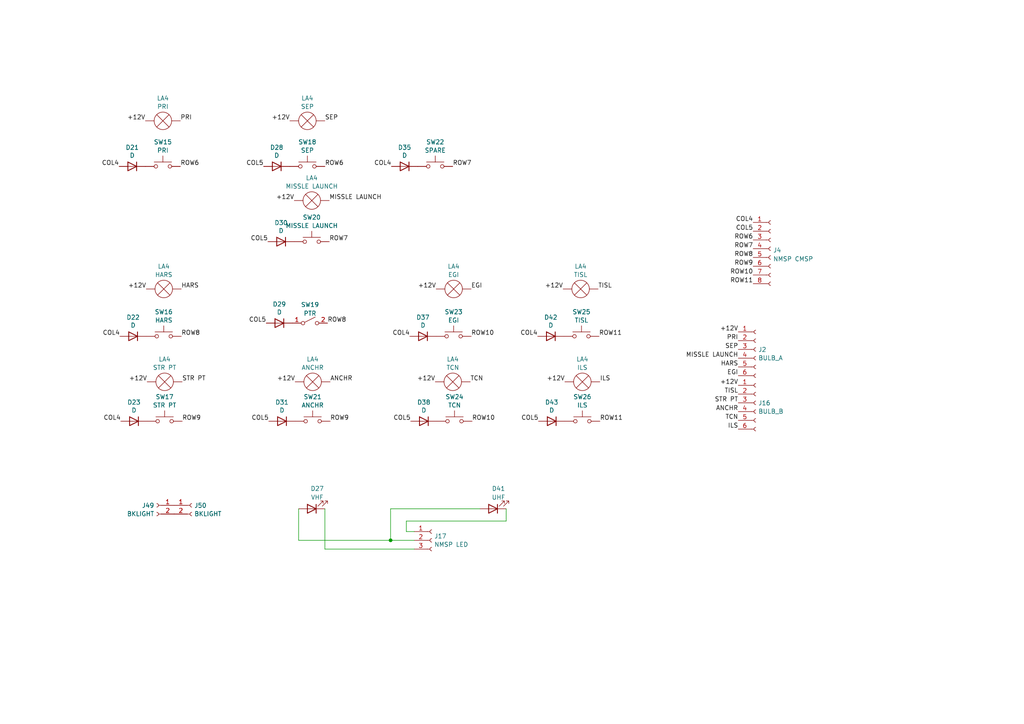
<source format=kicad_sch>
(kicad_sch (version 20230121) (generator eeschema)
  (paper "A4")
  (lib_symbols
    (symbol "Connector:Conn_01x02_Socket" (pin_names (offset 1.016) hide)
      (property "Reference" "J" (at 0 2.54 0))
      (property "Value" "Conn_01x02_Socket" (at 0 -5.08 0))
      (symbol "Conn_01x02_Socket_1_1"
        (arc (start 0 -2.032) (mid -0.5058 -2.54) (end 0 -3.048) (stroke (width 0.1524)))
        (polyline (pts (xy -1.27 -2.54) (xy -0.508 -2.54)) (stroke (width 0.1524)))
        (polyline (pts (xy -1.27 0) (xy -0.508 0)) (stroke (width 0.1524)))
        (arc (start 0 0.508) (mid -0.5058 0) (end 0 -0.508) (stroke (width 0.1524)))
        (pin passive line (at -5.08 0 0) (length 3.81) (name "Pin_1") (number "1"))
        (pin passive line (at -5.08 -2.54 0) (length 3.81) (name "Pin_2") (number "2"))
      )
    )
    (symbol "Connector:Conn_01x03_Socket" (pin_names (offset 1.016) hide)
      (property "Reference" "J" (at 0 5.08 0))
      (property "Value" "Conn_01x03_Socket" (at 0 -5.08 0))
      (symbol "Conn_01x03_Socket_1_1"
        (arc (start 0 -2.032) (mid -0.5058 -2.54) (end 0 -3.048) (stroke (width 0.1524)))
        (polyline (pts (xy -1.27 -2.54) (xy -0.508 -2.54)) (stroke (width 0.1524)))
        (polyline (pts (xy -1.27 0) (xy -0.508 0)) (stroke (width 0.1524)))
        (polyline (pts (xy -1.27 2.54) (xy -0.508 2.54)) (stroke (width 0.1524)))
        (arc (start 0 0.508) (mid -0.5058 0) (end 0 -0.508) (stroke (width 0.1524)))
        (arc (start 0 3.048) (mid -0.5058 2.54) (end 0 2.032) (stroke (width 0.1524)))
        (pin passive line (at -5.08 2.54 0) (length 3.81) (name "Pin_1") (number "1"))
        (pin passive line (at -5.08 0 0) (length 3.81) (name "Pin_2") (number "2"))
        (pin passive line (at -5.08 -2.54 0) (length 3.81) (name "Pin_3") (number "3"))
      )
    )
    (symbol "Connector:Conn_01x06_Socket" (pin_names (offset 1.016) hide)
      (property "Reference" "J" (at 0 7.62 0))
      (property "Value" "Conn_01x06_Socket" (at 0 -10.16 0))
      (symbol "Conn_01x06_Socket_1_1"
        (arc (start 0 -7.112) (mid -0.5058 -7.62) (end 0 -8.128) (stroke (width 0.1524)))
        (arc (start 0 -4.572) (mid -0.5058 -5.08) (end 0 -5.588) (stroke (width 0.1524)))
        (arc (start 0 -2.032) (mid -0.5058 -2.54) (end 0 -3.048) (stroke (width 0.1524)))
        (polyline (pts (xy -1.27 -7.62) (xy -0.508 -7.62)) (stroke (width 0.1524)))
        (polyline (pts (xy -1.27 -5.08) (xy -0.508 -5.08)) (stroke (width 0.1524)))
        (polyline (pts (xy -1.27 -2.54) (xy -0.508 -2.54)) (stroke (width 0.1524)))
        (polyline (pts (xy -1.27 0) (xy -0.508 0)) (stroke (width 0.1524)))
        (polyline (pts (xy -1.27 2.54) (xy -0.508 2.54)) (stroke (width 0.1524)))
        (polyline (pts (xy -1.27 5.08) (xy -0.508 5.08)) (stroke (width 0.1524)))
        (arc (start 0 0.508) (mid -0.5058 0) (end 0 -0.508) (stroke (width 0.1524)))
        (arc (start 0 3.048) (mid -0.5058 2.54) (end 0 2.032) (stroke (width 0.1524)))
        (arc (start 0 5.588) (mid -0.5058 5.08) (end 0 4.572) (stroke (width 0.1524)))
        (pin passive line (at -5.08 5.08 0) (length 3.81) (name "Pin_1") (number "1"))
        (pin passive line (at -5.08 2.54 0) (length 3.81) (name "Pin_2") (number "2"))
        (pin passive line (at -5.08 0 0) (length 3.81) (name "Pin_3") (number "3"))
        (pin passive line (at -5.08 -2.54 0) (length 3.81) (name "Pin_4") (number "4"))
        (pin passive line (at -5.08 -5.08 0) (length 3.81) (name "Pin_5") (number "5"))
        (pin passive line (at -5.08 -7.62 0) (length 3.81) (name "Pin_6") (number "6"))
      )
    )
    (symbol "Connector:Conn_01x08_Female" (pin_names (offset 1.016) hide)
      (property "Reference" "J" (at 0 10.16 0))
      (property "Value" "Conn_01x08_Female" (at 0 -12.7 0))
      (symbol "Conn_01x08_Female_1_1"
        (arc (start 0 -9.652) (mid -0.5058 -10.16) (end 0 -10.668) (stroke (width 0.1524)))
        (arc (start 0 -7.112) (mid -0.5058 -7.62) (end 0 -8.128) (stroke (width 0.1524)))
        (arc (start 0 -4.572) (mid -0.5058 -5.08) (end 0 -5.588) (stroke (width 0.1524)))
        (arc (start 0 -2.032) (mid -0.5058 -2.54) (end 0 -3.048) (stroke (width 0.1524)))
        (polyline (pts (xy -1.27 -10.16) (xy -0.508 -10.16)) (stroke (width 0.1524)))
        (polyline (pts (xy -1.27 -7.62) (xy -0.508 -7.62)) (stroke (width 0.1524)))
        (polyline (pts (xy -1.27 -5.08) (xy -0.508 -5.08)) (stroke (width 0.1524)))
        (polyline (pts (xy -1.27 -2.54) (xy -0.508 -2.54)) (stroke (width 0.1524)))
        (polyline (pts (xy -1.27 0) (xy -0.508 0)) (stroke (width 0.1524)))
        (polyline (pts (xy -1.27 2.54) (xy -0.508 2.54)) (stroke (width 0.1524)))
        (polyline (pts (xy -1.27 5.08) (xy -0.508 5.08)) (stroke (width 0.1524)))
        (polyline (pts (xy -1.27 7.62) (xy -0.508 7.62)) (stroke (width 0.1524)))
        (arc (start 0 0.508) (mid -0.5058 0) (end 0 -0.508) (stroke (width 0.1524)))
        (arc (start 0 3.048) (mid -0.5058 2.54) (end 0 2.032) (stroke (width 0.1524)))
        (arc (start 0 5.588) (mid -0.5058 5.08) (end 0 4.572) (stroke (width 0.1524)))
        (arc (start 0 8.128) (mid -0.5058 7.62) (end 0 7.112) (stroke (width 0.1524)))
        (pin passive line (at -5.08 7.62 0) (length 3.81) (name "Pin_1") (number "1"))
        (pin passive line (at -5.08 5.08 0) (length 3.81) (name "Pin_2") (number "2"))
        (pin passive line (at -5.08 2.54 0) (length 3.81) (name "Pin_3") (number "3"))
        (pin passive line (at -5.08 0 0) (length 3.81) (name "Pin_4") (number "4"))
        (pin passive line (at -5.08 -2.54 0) (length 3.81) (name "Pin_5") (number "5"))
        (pin passive line (at -5.08 -5.08 0) (length 3.81) (name "Pin_6") (number "6"))
        (pin passive line (at -5.08 -7.62 0) (length 3.81) (name "Pin_7") (number "7"))
        (pin passive line (at -5.08 -10.16 0) (length 3.81) (name "Pin_8") (number "8"))
      )
    )
    (symbol "Device:D" (pin_numbers hide) (pin_names (offset 1.016) hide)
      (property "Reference" "D" (at 0 2.54 0))
      (property "Value" "D" (at 0 -2.54 0))
      (symbol "D_0_1"
        (polyline (pts (xy -1.27 1.27) (xy -1.27 -1.27)) (stroke (width 0.254)))
        (polyline (pts (xy 1.27 0) (xy -1.27 0)))
        (polyline (pts (xy 1.27 1.27) (xy 1.27 -1.27) (xy -1.27 0) (xy 1.27 1.27)) (stroke (width 0.254)))
      )
      (symbol "D_1_1"
        (pin passive line (at -3.81 0 0) (length 2.54) (name "K") (number "1"))
        (pin passive line (at 3.81 0 180) (length 2.54) (name "A") (number "2"))
      )
    )
    (symbol "Device:LED" (pin_numbers hide) (pin_names (offset 1.016) hide)
      (property "Reference" "D" (at 0 2.54 0))
      (property "Value" "LED" (at 0 -2.54 0))
      (symbol "LED_0_1"
        (polyline (pts (xy -1.27 -1.27) (xy -1.27 1.27)) (stroke (width 0.254)))
        (polyline (pts (xy -1.27 0) (xy 1.27 0)))
        (polyline (pts (xy 1.27 -1.27) (xy 1.27 1.27) (xy -1.27 0) (xy 1.27 -1.27)) (stroke (width 0.254)))
        (polyline (pts (xy -3.048 -0.762) (xy -4.572 -2.286) (xy -3.81 -2.286) (xy -4.572 -2.286) (xy -4.572 -1.524)))
        (polyline (pts (xy -1.778 -0.762) (xy -3.302 -2.286) (xy -2.54 -2.286) (xy -3.302 -2.286) (xy -3.302 -1.524)))
      )
      (symbol "LED_1_1"
        (pin passive line (at -3.81 0 0) (length 2.54) (name "K") (number "1"))
        (pin passive line (at 3.81 0 180) (length 2.54) (name "A") (number "2"))
      )
    )
    (symbol "Device:Lamp" (pin_numbers hide) (pin_names (offset 0.0254) hide)
      (property "Reference" "LA" (at 0.635 3.81 0))
      (property "Value" "Lamp" (at 0.635 -3.81 0))
      (symbol "Lamp_0_1"
        (polyline (pts (xy -1.778 1.778) (xy 1.778 -1.778)))
        (polyline (pts (xy 1.778 1.778) (xy -1.778 -1.778)))
        (circle (center 0 0) (radius 2.54))
      )
      (symbol "Lamp_1_1"
        (pin passive line (at 0 -5.08 90) (length 2.54) (name "-") (number "1"))
        (pin passive line (at 0 5.08 270) (length 2.54) (name "+") (number "2"))
      )
    )
    (symbol "Switch:SW_Push" (pin_numbers hide) (pin_names (offset 1.016) hide)
      (property "Reference" "SW" (at 1.27 2.54 0))
      (property "Value" "SW_Push" (at 0 -1.524 0))
      (symbol "SW_Push_0_1"
        (circle (center -2.032 0) (radius 0.508))
        (polyline (pts (xy 0 1.27) (xy 0 3.048)))
        (polyline (pts (xy 2.54 1.27) (xy -2.54 1.27)))
        (circle (center 2.032 0) (radius 0.508))
        (pin passive line (at -5.08 0 0) (length 2.54) (name "1") (number "1"))
        (pin passive line (at 5.08 0 180) (length 2.54) (name "2") (number "2"))
      )
    )
    (symbol "Switch:SW_SPST" (pin_names (offset 0) hide)
      (property "Reference" "SW" (at 0 3.175 0))
      (property "Value" "SW_SPST" (at 0 -2.54 0))
      (symbol "SW_SPST_0_0"
        (circle (center -2.032 0) (radius 0.508))
        (polyline (pts (xy -1.524 0.254) (xy 1.524 1.778)))
        (circle (center 2.032 0) (radius 0.508))
      )
      (symbol "SW_SPST_1_1"
        (pin passive line (at -5.08 0 0) (length 2.54) (name "A") (number "1"))
        (pin passive line (at 5.08 0 180) (length 2.54) (name "B") (number "2"))
      )
    )
  )
  (junction (at 113.284 156.718))
  (wire (pts (xy 86.614 147.574) (xy 86.614 156.718)))
  (wire (pts (xy 94.234 159.258) (xy 120.142 159.258)))
  (wire (pts (xy 86.614 156.718) (xy 113.284 156.718)))
  (wire (pts (xy 146.812 147.574) (xy 146.812 151.13)))
  (wire (pts (xy 139.192 147.574) (xy 113.284 147.574)))
  (wire (pts (xy 117.856 151.13) (xy 117.856 154.178)))
  (wire (pts (xy 117.856 154.178) (xy 120.142 154.178)))
  (wire (pts (xy 113.284 147.574) (xy 113.284 156.718)))
  (wire (pts (xy 146.812 151.13) (xy 117.856 151.13)))
  (wire (pts (xy 94.234 147.574) (xy 94.234 159.258)))
  (wire (pts (xy 113.284 156.718) (xy 120.142 156.718)))
  (label "TISL" (at 214.122 114.3 180))
  (label "ROW10" (at 136.652 97.536 0))
  (label "+12V" (at 42.672 110.744 180))
  (label "STR PT" (at 52.832 110.744 0))
  (label "+12V" (at 84.074 35.052 180))
  (label "COL5" (at 77.978 122.174 180))
  (label "ROW8" (at 218.44 74.676 180))
  (label "ROW8" (at 94.996 93.726 0))
  (label "ANCHR" (at 95.758 110.744 0))
  (label "ROW6" (at 218.44 69.596 180))
  (label "+12V" (at 163.322 83.82 180))
  (label "EGI" (at 136.652 83.82 0))
  (label "EGI" (at 214.122 108.966 180))
  (label "ROW7" (at 218.44 72.136 180))
  (label "+12V" (at 214.122 96.266 180))
  (label "ROW10" (at 136.906 122.174 0))
  (label "ROW11" (at 173.99 122.174 0))
  (label "+12V" (at 42.164 35.052 180))
  (label "ROW9" (at 52.832 122.174 0))
  (label "COL5" (at 76.454 48.26 180))
  (label "+12V" (at 85.598 110.744 180))
  (label "ILS" (at 173.99 110.744 0))
  (label "COL5" (at 218.44 67.056 180))
  (label "ROW6" (at 52.324 48.26 0))
  (label "+12V" (at 163.83 110.744 180))
  (label "COL4" (at 218.44 64.516 180))
  (label "+12V" (at 126.238 110.744 180))
  (label "ROW10" (at 218.44 79.756 180))
  (label "+12V" (at 85.344 58.166 180))
  (label "COL5" (at 119.126 122.174 180))
  (label "ROW6" (at 94.234 48.26 0))
  (label "TCN" (at 136.398 110.744 0))
  (label "HARS" (at 214.122 106.426 180))
  (label "SEP" (at 94.234 35.052 0))
  (label "MISSLE LAUNCH" (at 95.504 58.166 0))
  (label "ROW7" (at 131.318 48.26 0))
  (label "COL5" (at 156.21 122.174 180))
  (label "TISL" (at 173.482 83.82 0))
  (label "ILS" (at 214.122 124.46 180))
  (label "ANCHR" (at 214.122 119.38 180))
  (label "COL4" (at 118.872 97.536 180))
  (label "ROW7" (at 95.504 70.104 0))
  (label "ROW11" (at 173.736 97.536 0))
  (label "COL4" (at 155.956 97.536 180))
  (label "STR PT" (at 214.122 116.84 180))
  (label "PRI" (at 52.324 35.052 0))
  (label "+12V" (at 126.492 83.82 180))
  (label "COL4" (at 34.798 97.536 180))
  (label "ROW11" (at 218.44 82.296 180))
  (label "+12V" (at 214.122 111.76 180))
  (label "COL5" (at 77.724 70.104 180))
  (label "SEP" (at 214.122 101.346 180))
  (label "COL4" (at 34.544 48.26 180))
  (label "COL4" (at 113.538 48.26 180))
  (label "MISSLE LAUNCH" (at 214.122 103.886 180))
  (label "COL5" (at 77.216 93.726 180))
  (label "HARS" (at 52.578 83.82 0))
  (label "COL4" (at 35.052 122.174 180))
  (label "ROW9" (at 218.44 77.216 180))
  (label "ROW8" (at 52.578 97.536 0))
  (label "ROW9" (at 95.758 122.174 0))
  (label "PRI" (at 214.122 98.806 180))
  (label "TCN" (at 214.122 121.92 180))
  (label "+12V" (at 42.418 83.82 180))
  (symbol (lib_id "Switch:SW_Push") (at 89.154 48.26 0) (unit 1)
    (property "Reference" "SW18" (at 89.154 41.1947 0))
    (property "Value" "SEP" (at 89.154 43.6189 0))
    (property "Footprint" "Button_Switch_THT:SW_PUSH-12mm" (effects hide))
  )
  (symbol (lib_id "Connector:Conn_01x06_Socket") (at 219.202 101.346 0) (unit 1)
    (property "Reference" "J2" (at 219.9132 101.4039 0) (effects (justify left)))
    (property "Value" "BULB_A" (at 219.9132 103.8281 0) (effects (justify left)))
  )
  (symbol (lib_id "Device:D") (at 160.02 122.174 0) (mirror y) (unit 1)
    (property "Reference" "D43" (at 160.02 116.6876 0))
    (property "Value" "D" (at 160.02 118.999 0))
    (property "Footprint" "Diode_THT:D_A-405_P7.62mm_Horizontal" (effects hide))
  )
  (symbol (lib_id "Device:Lamp") (at 90.424 58.166 90) (unit 1)
    (property "Reference" "LA4" (at 90.424 51.6087 90))
    (property "Value" "MISSLE LAUNCH" (at 90.424 54.0329 90))
    (property "Footprint" "Connector_Molex:Molex_KK-254_AE-6410-02A_1x02_P2.54mm_Vertical" (effects hide))
    (instances (project "Forward Console Overview" (path "" (reference "LA4") (unit 1)) (path "" (reference "LA15") (unit 1))))
  )
  (symbol (lib_id "Device:Lamp") (at 47.498 83.82 90) (unit 1)
    (property "Reference" "LA4" (at 47.498 77.2627 90))
    (property "Value" "HARS" (at 47.498 79.6869 90))
    (property "Footprint" "Connector_Molex:Molex_KK-254_AE-6410-02A_1x02_P2.54mm_Vertical" (effects hide))
    (instances (project "Forward Console Overview" (path "" (reference "LA4") (unit 1)) (path "" (reference "LA8") (unit 1))))
  )
  (symbol (lib_id "Device:Lamp") (at 131.572 83.82 90) (unit 1)
    (property "Reference" "LA4" (at 131.572 77.2627 90))
    (property "Value" "EGI" (at 131.572 79.6869 90))
    (property "Footprint" "Connector_Molex:Molex_KK-254_AE-6410-02A_1x02_P2.54mm_Vertical" (effects hide))
    (instances (project "Forward Console Overview" (path "" (reference "LA4") (unit 1)) (path "" (reference "LA7") (unit 1))))
  )
  (symbol (lib_id "Device:D") (at 38.862 122.174 0) (mirror y) (unit 1)
    (property "Reference" "D23" (at 38.862 116.6876 0))
    (property "Value" "D" (at 38.862 118.999 0))
    (property "Footprint" "Diode_THT:D_A-405_P7.62mm_Horizontal" (effects hide))
  )
  (symbol (lib_id "Device:Lamp") (at 90.678 110.744 90) (unit 1)
    (property "Reference" "LA4" (at 90.678 104.1867 90))
    (property "Value" "ANCHR" (at 90.678 106.6109 90))
    (property "Footprint" "Connector_Molex:Molex_KK-254_AE-6410-02A_1x02_P2.54mm_Vertical" (effects hide))
    (instances (project "Forward Console Overview" (path "" (reference "LA4") (unit 1)) (path "" (reference "LA10") (unit 1))))
  )
  (symbol (lib_id "Switch:SW_Push") (at 47.244 48.26 0) (unit 1)
    (property "Reference" "SW15" (at 47.244 41.1947 0))
    (property "Value" "PRI" (at 47.244 43.6189 0))
    (property "Footprint" "Button_Switch_THT:SW_PUSH-12mm" (effects hide))
  )
  (symbol (lib_id "Connector:Conn_01x02_Socket") (at 45.466 146.558 0) (mirror y) (unit 1)
    (property "Reference" "J49" (at 44.7548 146.6159 0) (effects (justify left)))
    (property "Value" "BKLIGHT" (at 44.7548 149.0401 0) (effects (justify left)))
    (property "Footprint" "Connector_Molex:Molex_KK-254_AE-6410-02A_1x02_P2.54mm_Vertical" (effects hide))
    (instances (project "SAS" (path "" (reference "J49") (unit 1))) (project "SAS" (path "" (reference "J1") (unit 1))) (project "Forward Console Overview" (path "" (reference "J18") (unit 1))))
  )
  (symbol (lib_id "Switch:SW_Push") (at 90.678 122.174 0) (unit 1)
    (property "Reference" "SW21" (at 90.678 115.1087 0))
    (property "Value" "ANCHR" (at 90.678 117.5329 0))
    (property "Footprint" "Button_Switch_THT:SW_PUSH-12mm" (effects hide))
  )
  (symbol (lib_id "Device:D") (at 122.682 97.536 0) (mirror y) (unit 1)
    (property "Reference" "D37" (at 122.682 92.0496 0))
    (property "Value" "D" (at 122.682 94.361 0))
    (property "Footprint" "Diode_THT:D_A-405_P7.62mm_Horizontal" (effects hide))
  )
  (symbol (lib_id "Device:D") (at 81.788 122.174 0) (mirror y) (unit 1)
    (property "Reference" "D31" (at 81.788 116.6876 0))
    (property "Value" "D" (at 81.788 118.999 0))
    (property "Footprint" "Diode_THT:D_A-405_P7.62mm_Horizontal" (effects hide))
  )
  (symbol (lib_id "Device:D") (at 159.766 97.536 0) (mirror y) (unit 1)
    (property "Reference" "D42" (at 159.766 92.0496 0))
    (property "Value" "D" (at 159.766 94.361 0))
    (property "Footprint" "Diode_THT:D_A-405_P7.62mm_Horizontal" (effects hide))
  )
  (symbol (lib_id "Switch:SW_Push") (at 131.572 97.536 0) (unit 1)
    (property "Reference" "SW23" (at 131.572 90.4707 0))
    (property "Value" "EGI" (at 131.572 92.8949 0))
    (property "Footprint" "Button_Switch_THT:SW_PUSH-12mm" (effects hide))
  )
  (symbol (lib_id "Connector:Conn_01x02_Socket") (at 55.626 146.558 0) (unit 1)
    (property "Reference" "J50" (at 56.3372 146.6159 0) (effects (justify left)))
    (property "Value" "BKLIGHT" (at 56.3372 149.0401 0) (effects (justify left)))
    (property "Footprint" "Connector_Molex:Molex_KK-254_AE-6410-02A_1x02_P2.54mm_Vertical" (effects hide))
    (instances (project "SAS" (path "" (reference "J50") (unit 1))) (project "SAS" (path "" (reference "J2") (unit 1))) (project "Forward Console Overview" (path "" (reference "J19") (unit 1))))
  )
  (symbol (lib_id "Switch:SW_Push") (at 126.238 48.26 0) (unit 1)
    (property "Reference" "SW22" (at 126.238 41.1947 0))
    (property "Value" "SPARE" (at 126.238 43.6189 0))
    (property "Footprint" "Button_Switch_THT:SW_PUSH-12mm" (effects hide))
  )
  (symbol (lib_id "Device:Lamp") (at 47.244 35.052 90) (unit 1)
    (property "Reference" "LA4" (at 47.244 28.4947 90))
    (property "Value" "PRI" (at 47.244 30.9189 90))
    (property "Footprint" "Connector_Molex:Molex_KK-254_AE-6410-02A_1x02_P2.54mm_Vertical" (effects hide))
    (instances (project "Forward Console Overview" (path "" (reference "LA4") (unit 1)) (path "" (reference "LA13") (unit 1))))
  )
  (symbol (lib_id "Switch:SW_Push") (at 90.424 70.104 0) (unit 1)
    (property "Reference" "SW20" (at 90.424 63.0387 0))
    (property "Value" "MISSLE LAUNCH" (at 90.424 65.4629 0))
    (property "Footprint" "Button_Switch_THT:SW_PUSH-12mm" (effects hide))
  )
  (symbol (lib_id "Device:D") (at 81.534 70.104 0) (mirror y) (unit 1)
    (property "Reference" "D30" (at 81.534 64.6176 0))
    (property "Value" "D" (at 81.534 66.929 0))
    (property "Footprint" "Diode_THT:D_A-405_P7.62mm_Horizontal" (effects hide))
  )
  (symbol (lib_id "Switch:SW_Push") (at 47.752 122.174 0) (unit 1)
    (property "Reference" "SW17" (at 47.752 115.1087 0))
    (property "Value" "STR PT" (at 47.752 117.5329 0))
    (property "Footprint" "Button_Switch_THT:SW_PUSH-12mm" (effects hide))
  )
  (symbol (lib_id "Device:D") (at 81.026 93.726 0) (mirror y) (unit 1)
    (property "Reference" "D29" (at 81.026 88.2396 0))
    (property "Value" "D" (at 81.026 90.551 0))
    (property "Footprint" "Diode_THT:D_A-405_P7.62mm_Horizontal" (effects hide))
  )
  (symbol (lib_id "Switch:SW_Push") (at 47.498 97.536 0) (unit 1)
    (property "Reference" "SW16" (at 47.498 90.4707 0))
    (property "Value" "HARS" (at 47.498 92.8949 0))
    (property "Footprint" "Button_Switch_THT:SW_PUSH-12mm" (effects hide))
  )
  (symbol (lib_id "Connector:Conn_01x08_Female") (at 223.52 72.136 0) (unit 1)
    (property "Reference" "J4" (at 224.2312 72.5713 0) (effects (justify left)))
    (property "Value" "NMSP CMSP" (at 224.2312 75.1082 0) (effects (justify left)))
  )
  (symbol (lib_id "Device:D") (at 38.608 97.536 0) (mirror y) (unit 1)
    (property "Reference" "D22" (at 38.608 92.0496 0))
    (property "Value" "D" (at 38.608 94.361 0))
    (property "Footprint" "Diode_THT:D_A-405_P7.62mm_Horizontal" (effects hide))
  )
  (symbol (lib_id "Connector:Conn_01x06_Socket") (at 219.202 116.84 0) (unit 1)
    (property "Reference" "J16" (at 219.9132 116.8979 0) (effects (justify left)))
    (property "Value" "BULB_B" (at 219.9132 119.3221 0) (effects (justify left)))
  )
  (symbol (lib_id "Device:Lamp") (at 47.752 110.744 90) (unit 1)
    (property "Reference" "LA4" (at 47.752 104.1867 90))
    (property "Value" "STR PT" (at 47.752 106.6109 90))
    (property "Footprint" "Connector_Molex:Molex_KK-254_AE-6410-02A_1x02_P2.54mm_Vertical" (effects hide))
    (instances (project "Forward Console Overview" (path "" (reference "LA4") (unit 1)) (path "" (reference "LA9") (unit 1))))
  )
  (symbol (lib_id "Device:D") (at 38.354 48.26 0) (mirror y) (unit 1)
    (property "Reference" "D21" (at 38.354 42.7736 0))
    (property "Value" "D" (at 38.354 45.085 0))
    (property "Footprint" "Diode_THT:D_A-405_P7.62mm_Horizontal" (effects hide))
  )
  (symbol (lib_id "Device:LED") (at 143.002 147.574 180) (unit 1)
    (property "Reference" "D41" (at 144.5895 141.7152 0))
    (property "Value" "UHF" (at 144.5895 144.2521 0))
    (property "Footprint" "Connector_Molex:Molex_KK-254_AE-6410-02A_1x02_P2.54mm_Vertical" (effects hide))
  )
  (symbol (lib_id "Device:D") (at 122.936 122.174 0) (mirror y) (unit 1)
    (property "Reference" "D38" (at 122.936 116.6876 0))
    (property "Value" "D" (at 122.936 118.999 0))
    (property "Footprint" "Diode_THT:D_A-405_P7.62mm_Horizontal" (effects hide))
  )
  (symbol (lib_id "Device:Lamp") (at 168.402 83.82 90) (unit 1)
    (property "Reference" "LA4" (at 168.402 77.2627 90))
    (property "Value" "TISL" (at 168.402 79.6869 90))
    (property "Footprint" "Connector_Molex:Molex_KK-254_AE-6410-02A_1x02_P2.54mm_Vertical" (effects hide))
    (instances (project "Forward Console Overview" (path "" (reference "LA4") (unit 1)) (path "" (reference "LA6") (unit 1))))
  )
  (symbol (lib_id "Device:Lamp") (at 89.154 35.052 90) (unit 1)
    (property "Reference" "LA4" (at 89.154 28.4947 90))
    (property "Value" "SEP" (at 89.154 30.9189 90))
    (property "Footprint" "Connector_Molex:Molex_KK-254_AE-6410-02A_1x02_P2.54mm_Vertical" (effects hide))
    (instances (project "Forward Console Overview" (path "" (reference "LA4") (unit 1)) (path "" (reference "LA14") (unit 1))))
  )
  (symbol (lib_id "Switch:SW_Push") (at 168.656 97.536 0) (unit 1)
    (property "Reference" "SW25" (at 168.656 90.4707 0))
    (property "Value" "TISL" (at 168.656 92.8949 0))
    (property "Footprint" "Button_Switch_THT:SW_PUSH-12mm" (effects hide))
  )
  (symbol (lib_id "Device:Lamp") (at 131.318 110.744 90) (unit 1)
    (property "Reference" "LA4" (at 131.318 104.1867 90))
    (property "Value" "TCN" (at 131.318 106.6109 90))
    (property "Footprint" "Connector_Molex:Molex_KK-254_AE-6410-02A_1x02_P2.54mm_Vertical" (effects hide))
    (instances (project "Forward Console Overview" (path "" (reference "LA4") (unit 1)) (path "" (reference "LA11") (unit 1))))
  )
  (symbol (lib_id "Device:LED") (at 90.424 147.574 180) (unit 1)
    (property "Reference" "D27" (at 92.0115 141.7152 0))
    (property "Value" "VHF" (at 92.0115 144.2521 0))
    (property "Footprint" "Connector_Molex:Molex_KK-254_AE-6410-02A_1x02_P2.54mm_Vertical" (effects hide))
  )
  (symbol (lib_id "Switch:SW_SPST") (at 89.916 93.726 0) (unit 1)
    (property "Reference" "SW19" (at 89.916 88.3752 0))
    (property "Value" "PTR" (at 89.916 90.9121 0))
    (property "Footprint" "Button_Switch_THT:SW_PUSH-12mm" (effects hide))
  )
  (symbol (lib_id "Switch:SW_Push") (at 131.826 122.174 0) (unit 1)
    (property "Reference" "SW24" (at 131.826 115.1087 0))
    (property "Value" "TCN" (at 131.826 117.5329 0))
    (property "Footprint" "Button_Switch_THT:SW_PUSH-12mm" (effects hide))
  )
  (symbol (lib_id "Device:Lamp") (at 168.91 110.744 90) (unit 1)
    (property "Reference" "LA4" (at 168.91 104.1867 90))
    (property "Value" "ILS" (at 168.91 106.6109 90))
    (property "Footprint" "Connector_Molex:Molex_KK-254_AE-6410-02A_1x02_P2.54mm_Vertical" (effects hide))
    (instances (project "Forward Console Overview" (path "" (reference "LA4") (unit 1)) (path "" (reference "LA12") (unit 1))))
  )
  (symbol (lib_id "Device:D") (at 117.348 48.26 0) (mirror y) (unit 1)
    (property "Reference" "D35" (at 117.348 42.7736 0))
    (property "Value" "D" (at 117.348 45.085 0))
    (property "Footprint" "Diode_THT:D_A-405_P7.62mm_Horizontal" (effects hide))
  )
  (symbol (lib_id "Switch:SW_Push") (at 168.91 122.174 0) (unit 1)
    (property "Reference" "SW26" (at 168.91 115.1087 0))
    (property "Value" "ILS" (at 168.91 117.5329 0))
    (property "Footprint" "Button_Switch_THT:SW_PUSH-12mm" (effects hide))
  )
  (symbol (lib_id "Connector:Conn_01x03_Socket") (at 125.222 156.718 0) (unit 1)
    (property "Reference" "J17" (at 125.9332 155.5059 0) (effects (justify left)))
    (property "Value" "NMSP LED" (at 125.9332 157.9301 0) (effects (justify left)))
  )
  (symbol (lib_id "Device:D") (at 80.264 48.26 0) (mirror y) (unit 1)
    (property "Reference" "D28" (at 80.264 42.7736 0))
    (property "Value" "D" (at 80.264 45.085 0))
    (property "Footprint" "Diode_THT:D_A-405_P7.62mm_Horizontal" (effects hide))
  )
)
</source>
